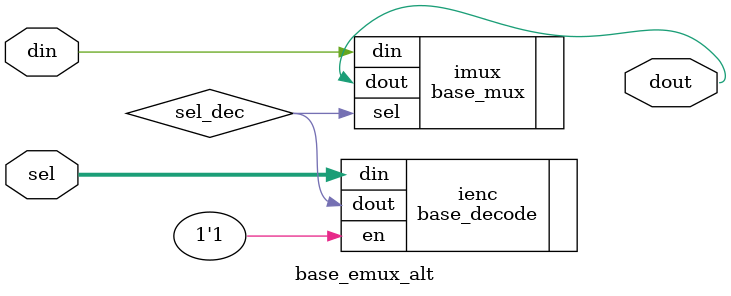
<source format=sv>
/*
 * Copyright 2017 IBM Corporation
 * Licensed to the Apache Software Foundation (ASF) under one
 * or more contributor license agreements.  See the NOTICE file
 * distributed with this work for additional information
 * regarding copyright ownership.  The ASF licenses this file
 * to you under the Apache License, Version 2.0 (the
 * "License"); you may not use this file except in compliance
 * with the License.  You may obtain a copy of the License at
 *
 *     http://www.apache.org/licenses/LICENSE-2.0
 *
 * Unless required by applicable law or agreed to in writing, software
 * distributed under the License is distributed on an "AS IS" BASIS,
 * WITHOUT WARRANTIES OR CONDITIONS OF ANY KIND, either express or implied.
 * See the License for the specific language governing permissions and
 * limitations under the License.
 *
 * Author: Andrew K Martin akmartin@us.ibm.com
 */
 
module base_emux_alt#
  (
   parameter width = 1,
   parameter ways = 1,
   parameter sel_width=$clog2(ways)
   )
  (
   input [0:(width*ways)-1] din,
   input [0:sel_width-1]    sel,
   output [0:width-1] 	    dout
   );

   wire [0:ways-1] 	    sel_dec;
   base_decode#(.enc_width(sel_width),.dec_width(ways)) ienc(.en(1'b1),.din(sel),.dout(sel_dec));
   base_mux#(.width(width),.ways(ways)) imux(.sel(sel_dec),.din(din),.dout(dout));

endmodule // base_emux
   
		

</source>
